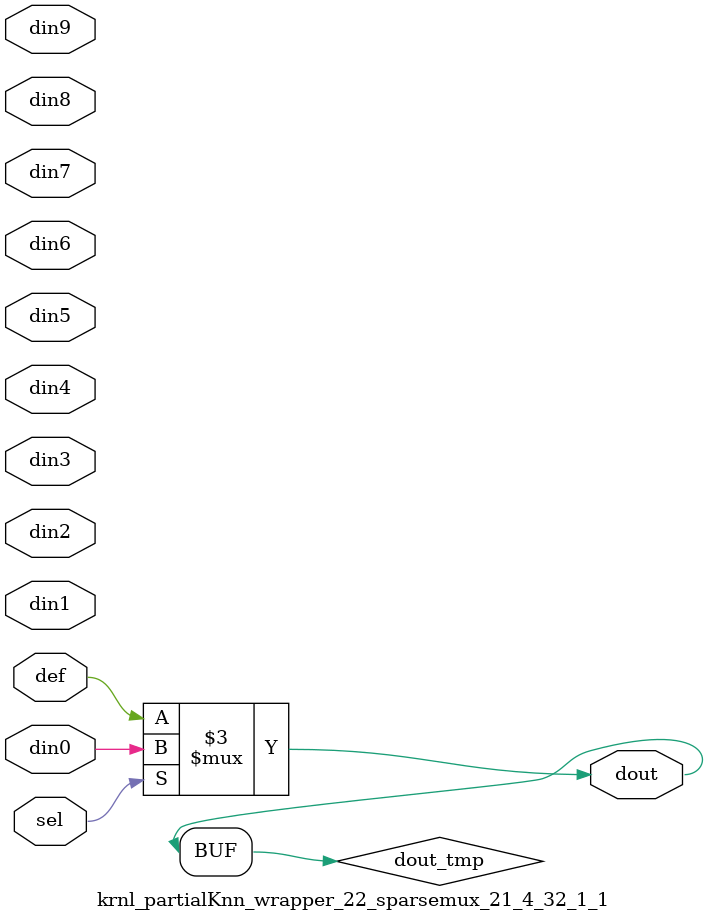
<source format=v>
`timescale 1 ns / 1 ps
module krnl_partialKnn_wrapper_22_sparsemux_21_4_32_1_1 (din0,din1,din2,din3,din4,din5,din6,din7,din8,din9,def,sel,dout);
parameter din0_WIDTH = 1;
parameter din1_WIDTH = 1;
parameter din2_WIDTH = 1;
parameter din3_WIDTH = 1;
parameter din4_WIDTH = 1;
parameter din5_WIDTH = 1;
parameter din6_WIDTH = 1;
parameter din7_WIDTH = 1;
parameter din8_WIDTH = 1;
parameter din9_WIDTH = 1;
parameter def_WIDTH = 1;
parameter sel_WIDTH = 1;
parameter dout_WIDTH = 1;
parameter [sel_WIDTH-1:0] CASE0 = 1;
parameter [sel_WIDTH-1:0] CASE1 = 1;
parameter [sel_WIDTH-1:0] CASE2 = 1;
parameter [sel_WIDTH-1:0] CASE3 = 1;
parameter [sel_WIDTH-1:0] CASE4 = 1;
parameter [sel_WIDTH-1:0] CASE5 = 1;
parameter [sel_WIDTH-1:0] CASE6 = 1;
parameter [sel_WIDTH-1:0] CASE7 = 1;
parameter [sel_WIDTH-1:0] CASE8 = 1;
parameter [sel_WIDTH-1:0] CASE9 = 1;
parameter ID = 1;
parameter NUM_STAGE = 1;
input [din0_WIDTH-1:0] din0;
input [din1_WIDTH-1:0] din1;
input [din2_WIDTH-1:0] din2;
input [din3_WIDTH-1:0] din3;
input [din4_WIDTH-1:0] din4;
input [din5_WIDTH-1:0] din5;
input [din6_WIDTH-1:0] din6;
input [din7_WIDTH-1:0] din7;
input [din8_WIDTH-1:0] din8;
input [din9_WIDTH-1:0] din9;
input [def_WIDTH-1:0] def;
input [sel_WIDTH-1:0] sel;
output [dout_WIDTH-1:0] dout;
reg [dout_WIDTH-1:0] dout_tmp;
always @ (*) begin
case (sel)
    
    CASE0 : dout_tmp = din0;
    
    CASE1 : dout_tmp = din1;
    
    CASE2 : dout_tmp = din2;
    
    CASE3 : dout_tmp = din3;
    
    CASE4 : dout_tmp = din4;
    
    CASE5 : dout_tmp = din5;
    
    CASE6 : dout_tmp = din6;
    
    CASE7 : dout_tmp = din7;
    
    CASE8 : dout_tmp = din8;
    
    CASE9 : dout_tmp = din9;
    
    default : dout_tmp = def;
endcase
end
assign dout = dout_tmp;
endmodule
</source>
